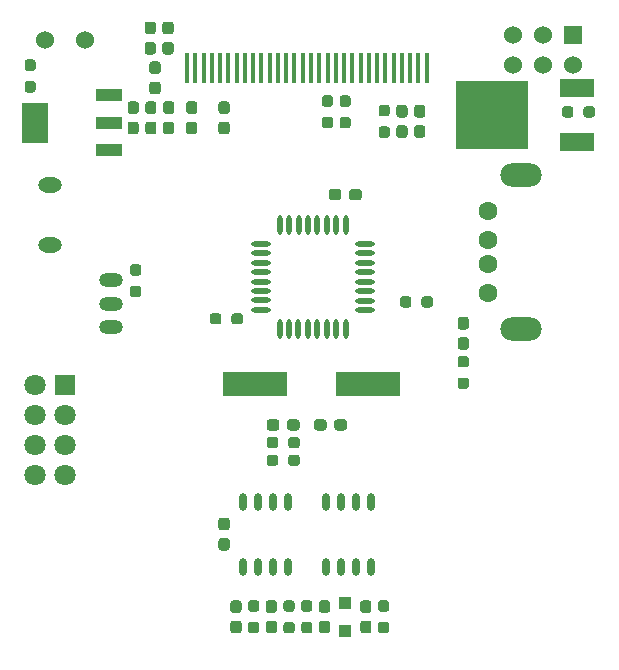
<source format=gtp>
G04 #@! TF.GenerationSoftware,KiCad,Pcbnew,(5.1.9-0-10_14)*
G04 #@! TF.CreationDate,2021-04-26T19:25:28+02:00*
G04 #@! TF.ProjectId,Le_kube,4c655f6b-7562-4652-9e6b-696361645f70,rev?*
G04 #@! TF.SameCoordinates,Original*
G04 #@! TF.FileFunction,Paste,Top*
G04 #@! TF.FilePolarity,Positive*
%FSLAX46Y46*%
G04 Gerber Fmt 4.6, Leading zero omitted, Abs format (unit mm)*
G04 Created by KiCad (PCBNEW (5.1.9-0-10_14)) date 2021-04-26 19:25:28*
%MOMM*%
%LPD*%
G01*
G04 APERTURE LIST*
%ADD10O,3.500000X2.000000*%
%ADD11C,1.600000*%
%ADD12C,1.524000*%
%ADD13R,1.524000X1.524000*%
%ADD14R,0.351000X2.499000*%
%ADD15R,1.800000X1.800000*%
%ADD16C,1.800000*%
%ADD17R,2.200000X1.100000*%
%ADD18R,2.200000X3.500000*%
%ADD19R,6.200000X5.800000*%
%ADD20R,3.000000X1.600000*%
%ADD21O,2.000000X1.300000*%
%ADD22R,5.500000X2.000000*%
%ADD23O,0.600000X1.520000*%
%ADD24O,0.450000X1.650000*%
%ADD25O,1.650000X0.450000*%
%ADD26O,2.000000X1.200000*%
%ADD27R,1.000000X1.000000*%
G04 APERTURE END LIST*
D10*
X118125000Y-69052000D03*
X118125000Y-82168000D03*
D11*
X115375000Y-72110000D03*
X115375000Y-74610000D03*
X115375000Y-76610000D03*
X115375000Y-79110000D03*
G36*
G01*
X108862500Y-79602500D02*
X108862500Y-80077500D01*
G75*
G02*
X108625000Y-80315000I-237500J0D01*
G01*
X108125000Y-80315000D01*
G75*
G02*
X107887500Y-80077500I0J237500D01*
G01*
X107887500Y-79602500D01*
G75*
G02*
X108125000Y-79365000I237500J0D01*
G01*
X108625000Y-79365000D01*
G75*
G02*
X108862500Y-79602500I0J-237500D01*
G01*
G37*
G36*
G01*
X110687500Y-79602500D02*
X110687500Y-80077500D01*
G75*
G02*
X110450000Y-80315000I-237500J0D01*
G01*
X109950000Y-80315000D01*
G75*
G02*
X109712500Y-80077500I0J237500D01*
G01*
X109712500Y-79602500D01*
G75*
G02*
X109950000Y-79365000I237500J0D01*
G01*
X110450000Y-79365000D01*
G75*
G02*
X110687500Y-79602500I0J-237500D01*
G01*
G37*
G36*
G01*
X93617500Y-81507500D02*
X93617500Y-81032500D01*
G75*
G02*
X93855000Y-80795000I237500J0D01*
G01*
X94355000Y-80795000D01*
G75*
G02*
X94592500Y-81032500I0J-237500D01*
G01*
X94592500Y-81507500D01*
G75*
G02*
X94355000Y-81745000I-237500J0D01*
G01*
X93855000Y-81745000D01*
G75*
G02*
X93617500Y-81507500I0J237500D01*
G01*
G37*
G36*
G01*
X91792500Y-81507500D02*
X91792500Y-81032500D01*
G75*
G02*
X92030000Y-80795000I237500J0D01*
G01*
X92530000Y-80795000D01*
G75*
G02*
X92767500Y-81032500I0J-237500D01*
G01*
X92767500Y-81507500D01*
G75*
G02*
X92530000Y-81745000I-237500J0D01*
G01*
X92030000Y-81745000D01*
G75*
G02*
X91792500Y-81507500I0J237500D01*
G01*
G37*
G36*
G01*
X85272500Y-78472500D02*
X85747500Y-78472500D01*
G75*
G02*
X85985000Y-78710000I0J-237500D01*
G01*
X85985000Y-79210000D01*
G75*
G02*
X85747500Y-79447500I-237500J0D01*
G01*
X85272500Y-79447500D01*
G75*
G02*
X85035000Y-79210000I0J237500D01*
G01*
X85035000Y-78710000D01*
G75*
G02*
X85272500Y-78472500I237500J0D01*
G01*
G37*
G36*
G01*
X85272500Y-76647500D02*
X85747500Y-76647500D01*
G75*
G02*
X85985000Y-76885000I0J-237500D01*
G01*
X85985000Y-77385000D01*
G75*
G02*
X85747500Y-77622500I-237500J0D01*
G01*
X85272500Y-77622500D01*
G75*
G02*
X85035000Y-77385000I0J237500D01*
G01*
X85035000Y-76885000D01*
G75*
G02*
X85272500Y-76647500I237500J0D01*
G01*
G37*
D12*
X117460000Y-59770000D03*
X117460000Y-57230000D03*
X120000000Y-59770000D03*
X120000000Y-57230000D03*
X122540000Y-59770000D03*
D13*
X122540000Y-57230000D03*
D14*
X110149000Y-59998000D03*
X109450000Y-59998000D03*
X108751000Y-59999000D03*
X108056000Y-60000000D03*
X107356000Y-60000000D03*
X106656000Y-60000000D03*
X105956000Y-60000000D03*
X105256000Y-60000000D03*
X104556000Y-60000000D03*
X103856000Y-60000000D03*
X103156000Y-60000000D03*
X102456000Y-60000000D03*
X101756000Y-60000000D03*
X101056000Y-60000000D03*
X100356000Y-60000000D03*
X99656000Y-60000000D03*
X98956000Y-60000000D03*
X98256000Y-60000000D03*
X97556000Y-60000000D03*
X96856000Y-60000000D03*
X96156000Y-60000000D03*
X95456000Y-60000000D03*
X94756000Y-60000000D03*
X94056000Y-60000000D03*
X93356000Y-60000000D03*
X92656000Y-60000000D03*
X91956000Y-60000000D03*
X91256000Y-60000000D03*
X90556000Y-60000000D03*
X89851000Y-60002000D03*
D15*
X79490000Y-86830000D03*
D16*
X79490000Y-89370000D03*
X79490000Y-91910000D03*
X79490000Y-94450000D03*
X76950000Y-86830000D03*
X76950000Y-89370000D03*
X76950000Y-91910000D03*
X76950000Y-94450000D03*
D17*
X83223000Y-66950000D03*
X83223000Y-64650000D03*
X83223000Y-62350000D03*
D18*
X77025000Y-64650000D03*
G36*
G01*
X87037500Y-63925000D02*
X86562500Y-63925000D01*
G75*
G02*
X86325000Y-63687500I0J237500D01*
G01*
X86325000Y-63087500D01*
G75*
G02*
X86562500Y-62850000I237500J0D01*
G01*
X87037500Y-62850000D01*
G75*
G02*
X87275000Y-63087500I0J-237500D01*
G01*
X87275000Y-63687500D01*
G75*
G02*
X87037500Y-63925000I-237500J0D01*
G01*
G37*
G36*
G01*
X87037500Y-65650000D02*
X86562500Y-65650000D01*
G75*
G02*
X86325000Y-65412500I0J237500D01*
G01*
X86325000Y-64812500D01*
G75*
G02*
X86562500Y-64575000I237500J0D01*
G01*
X87037500Y-64575000D01*
G75*
G02*
X87275000Y-64812500I0J-237500D01*
G01*
X87275000Y-65412500D01*
G75*
G02*
X87037500Y-65650000I-237500J0D01*
G01*
G37*
G36*
G01*
X88537500Y-63925000D02*
X88062500Y-63925000D01*
G75*
G02*
X87825000Y-63687500I0J237500D01*
G01*
X87825000Y-63087500D01*
G75*
G02*
X88062500Y-62850000I237500J0D01*
G01*
X88537500Y-62850000D01*
G75*
G02*
X88775000Y-63087500I0J-237500D01*
G01*
X88775000Y-63687500D01*
G75*
G02*
X88537500Y-63925000I-237500J0D01*
G01*
G37*
G36*
G01*
X88537500Y-65650000D02*
X88062500Y-65650000D01*
G75*
G02*
X87825000Y-65412500I0J237500D01*
G01*
X87825000Y-64812500D01*
G75*
G02*
X88062500Y-64575000I237500J0D01*
G01*
X88537500Y-64575000D01*
G75*
G02*
X88775000Y-64812500I0J-237500D01*
G01*
X88775000Y-65412500D01*
G75*
G02*
X88537500Y-65650000I-237500J0D01*
G01*
G37*
G36*
G01*
X86912500Y-61200000D02*
X87387500Y-61200000D01*
G75*
G02*
X87625000Y-61437500I0J-237500D01*
G01*
X87625000Y-62037500D01*
G75*
G02*
X87387500Y-62275000I-237500J0D01*
G01*
X86912500Y-62275000D01*
G75*
G02*
X86675000Y-62037500I0J237500D01*
G01*
X86675000Y-61437500D01*
G75*
G02*
X86912500Y-61200000I237500J0D01*
G01*
G37*
G36*
G01*
X86912500Y-59475000D02*
X87387500Y-59475000D01*
G75*
G02*
X87625000Y-59712500I0J-237500D01*
G01*
X87625000Y-60312500D01*
G75*
G02*
X87387500Y-60550000I-237500J0D01*
G01*
X86912500Y-60550000D01*
G75*
G02*
X86675000Y-60312500I0J237500D01*
G01*
X86675000Y-59712500D01*
G75*
G02*
X86912500Y-59475000I237500J0D01*
G01*
G37*
G36*
G01*
X85537500Y-63925000D02*
X85062500Y-63925000D01*
G75*
G02*
X84825000Y-63687500I0J237500D01*
G01*
X84825000Y-63087500D01*
G75*
G02*
X85062500Y-62850000I237500J0D01*
G01*
X85537500Y-62850000D01*
G75*
G02*
X85775000Y-63087500I0J-237500D01*
G01*
X85775000Y-63687500D01*
G75*
G02*
X85537500Y-63925000I-237500J0D01*
G01*
G37*
G36*
G01*
X85537500Y-65650000D02*
X85062500Y-65650000D01*
G75*
G02*
X84825000Y-65412500I0J237500D01*
G01*
X84825000Y-64812500D01*
G75*
G02*
X85062500Y-64575000I237500J0D01*
G01*
X85537500Y-64575000D01*
G75*
G02*
X85775000Y-64812500I0J-237500D01*
G01*
X85775000Y-65412500D01*
G75*
G02*
X85537500Y-65650000I-237500J0D01*
G01*
G37*
G36*
G01*
X95262500Y-106925000D02*
X95737500Y-106925000D01*
G75*
G02*
X95975000Y-107162500I0J-237500D01*
G01*
X95975000Y-107662500D01*
G75*
G02*
X95737500Y-107900000I-237500J0D01*
G01*
X95262500Y-107900000D01*
G75*
G02*
X95025000Y-107662500I0J237500D01*
G01*
X95025000Y-107162500D01*
G75*
G02*
X95262500Y-106925000I237500J0D01*
G01*
G37*
G36*
G01*
X95262500Y-105100000D02*
X95737500Y-105100000D01*
G75*
G02*
X95975000Y-105337500I0J-237500D01*
G01*
X95975000Y-105837500D01*
G75*
G02*
X95737500Y-106075000I-237500J0D01*
G01*
X95262500Y-106075000D01*
G75*
G02*
X95025000Y-105837500I0J237500D01*
G01*
X95025000Y-105337500D01*
G75*
G02*
X95262500Y-105100000I237500J0D01*
G01*
G37*
D19*
X115660000Y-64025000D03*
D20*
X122840000Y-61710000D03*
X122840000Y-66290000D03*
D21*
X78300000Y-75040000D03*
X78300000Y-69960000D03*
D22*
X105150000Y-86800000D03*
X95650000Y-86800000D03*
D23*
X105405000Y-96760000D03*
X104135000Y-96760000D03*
X102865000Y-96760000D03*
X101595000Y-96760000D03*
X105405000Y-102240000D03*
X104135000Y-102240000D03*
X102865000Y-102240000D03*
X101595000Y-102240000D03*
X98405000Y-96760000D03*
X97135000Y-96760000D03*
X95865000Y-96760000D03*
X94595000Y-96760000D03*
X98405000Y-102240000D03*
X97135000Y-102240000D03*
X95865000Y-102240000D03*
X94595000Y-102240000D03*
D24*
X97693000Y-82089000D03*
X98493000Y-82089000D03*
X99293000Y-82089000D03*
X100093000Y-82089000D03*
X100891000Y-82089000D03*
X101691000Y-82089000D03*
X102491000Y-82089000D03*
X103291000Y-82089000D03*
D25*
X104891000Y-80524000D03*
X104891000Y-79724000D03*
X104891000Y-78924000D03*
X104891000Y-78124000D03*
X104891000Y-77326000D03*
X104891000Y-76526000D03*
X104891000Y-75726000D03*
X104891000Y-74926000D03*
D24*
X103301000Y-73351000D03*
X102501000Y-73351000D03*
X101701000Y-73351000D03*
X100901000Y-73351000D03*
X100104000Y-73351000D03*
X99303000Y-73351000D03*
X98503000Y-73351000D03*
X97703000Y-73351000D03*
D25*
X96129000Y-74916000D03*
X96129000Y-75716000D03*
X96129000Y-76516000D03*
X96129000Y-77316000D03*
X96129000Y-78114000D03*
X96129000Y-78914000D03*
X96129000Y-79714000D03*
X96129000Y-80514000D03*
G36*
G01*
X123425000Y-63991500D02*
X123425000Y-63516500D01*
G75*
G02*
X123662500Y-63279000I237500J0D01*
G01*
X124162500Y-63279000D01*
G75*
G02*
X124400000Y-63516500I0J-237500D01*
G01*
X124400000Y-63991500D01*
G75*
G02*
X124162500Y-64229000I-237500J0D01*
G01*
X123662500Y-64229000D01*
G75*
G02*
X123425000Y-63991500I0J237500D01*
G01*
G37*
G36*
G01*
X121600000Y-63991500D02*
X121600000Y-63516500D01*
G75*
G02*
X121837500Y-63279000I237500J0D01*
G01*
X122337500Y-63279000D01*
G75*
G02*
X122575000Y-63516500I0J-237500D01*
G01*
X122575000Y-63991500D01*
G75*
G02*
X122337500Y-64229000I-237500J0D01*
G01*
X121837500Y-64229000D01*
G75*
G02*
X121600000Y-63991500I0J237500D01*
G01*
G37*
G36*
G01*
X106737500Y-106075000D02*
X106262500Y-106075000D01*
G75*
G02*
X106025000Y-105837500I0J237500D01*
G01*
X106025000Y-105337500D01*
G75*
G02*
X106262500Y-105100000I237500J0D01*
G01*
X106737500Y-105100000D01*
G75*
G02*
X106975000Y-105337500I0J-237500D01*
G01*
X106975000Y-105837500D01*
G75*
G02*
X106737500Y-106075000I-237500J0D01*
G01*
G37*
G36*
G01*
X106737500Y-107900000D02*
X106262500Y-107900000D01*
G75*
G02*
X106025000Y-107662500I0J237500D01*
G01*
X106025000Y-107162500D01*
G75*
G02*
X106262500Y-106925000I237500J0D01*
G01*
X106737500Y-106925000D01*
G75*
G02*
X106975000Y-107162500I0J-237500D01*
G01*
X106975000Y-107662500D01*
G75*
G02*
X106737500Y-107900000I-237500J0D01*
G01*
G37*
G36*
G01*
X100237500Y-106075000D02*
X99762500Y-106075000D01*
G75*
G02*
X99525000Y-105837500I0J237500D01*
G01*
X99525000Y-105337500D01*
G75*
G02*
X99762500Y-105100000I237500J0D01*
G01*
X100237500Y-105100000D01*
G75*
G02*
X100475000Y-105337500I0J-237500D01*
G01*
X100475000Y-105837500D01*
G75*
G02*
X100237500Y-106075000I-237500J0D01*
G01*
G37*
G36*
G01*
X100237500Y-107900000D02*
X99762500Y-107900000D01*
G75*
G02*
X99525000Y-107662500I0J237500D01*
G01*
X99525000Y-107162500D01*
G75*
G02*
X99762500Y-106925000I237500J0D01*
G01*
X100237500Y-106925000D01*
G75*
G02*
X100475000Y-107162500I0J-237500D01*
G01*
X100475000Y-107662500D01*
G75*
G02*
X100237500Y-107900000I-237500J0D01*
G01*
G37*
G36*
G01*
X98737500Y-106075000D02*
X98262500Y-106075000D01*
G75*
G02*
X98025000Y-105837500I0J237500D01*
G01*
X98025000Y-105337500D01*
G75*
G02*
X98262500Y-105100000I237500J0D01*
G01*
X98737500Y-105100000D01*
G75*
G02*
X98975000Y-105337500I0J-237500D01*
G01*
X98975000Y-105837500D01*
G75*
G02*
X98737500Y-106075000I-237500J0D01*
G01*
G37*
G36*
G01*
X98737500Y-107900000D02*
X98262500Y-107900000D01*
G75*
G02*
X98025000Y-107662500I0J237500D01*
G01*
X98025000Y-107162500D01*
G75*
G02*
X98262500Y-106925000I237500J0D01*
G01*
X98737500Y-106925000D01*
G75*
G02*
X98975000Y-107162500I0J-237500D01*
G01*
X98975000Y-107662500D01*
G75*
G02*
X98737500Y-107900000I-237500J0D01*
G01*
G37*
G36*
G01*
X106318500Y-64975000D02*
X106793500Y-64975000D01*
G75*
G02*
X107031000Y-65212500I0J-237500D01*
G01*
X107031000Y-65712500D01*
G75*
G02*
X106793500Y-65950000I-237500J0D01*
G01*
X106318500Y-65950000D01*
G75*
G02*
X106081000Y-65712500I0J237500D01*
G01*
X106081000Y-65212500D01*
G75*
G02*
X106318500Y-64975000I237500J0D01*
G01*
G37*
G36*
G01*
X106318500Y-63150000D02*
X106793500Y-63150000D01*
G75*
G02*
X107031000Y-63387500I0J-237500D01*
G01*
X107031000Y-63887500D01*
G75*
G02*
X106793500Y-64125000I-237500J0D01*
G01*
X106318500Y-64125000D01*
G75*
G02*
X106081000Y-63887500I0J237500D01*
G01*
X106081000Y-63387500D01*
G75*
G02*
X106318500Y-63150000I237500J0D01*
G01*
G37*
G36*
G01*
X101512500Y-64175000D02*
X101987500Y-64175000D01*
G75*
G02*
X102225000Y-64412500I0J-237500D01*
G01*
X102225000Y-64912500D01*
G75*
G02*
X101987500Y-65150000I-237500J0D01*
G01*
X101512500Y-65150000D01*
G75*
G02*
X101275000Y-64912500I0J237500D01*
G01*
X101275000Y-64412500D01*
G75*
G02*
X101512500Y-64175000I237500J0D01*
G01*
G37*
G36*
G01*
X101512500Y-62350000D02*
X101987500Y-62350000D01*
G75*
G02*
X102225000Y-62587500I0J-237500D01*
G01*
X102225000Y-63087500D01*
G75*
G02*
X101987500Y-63325000I-237500J0D01*
G01*
X101512500Y-63325000D01*
G75*
G02*
X101275000Y-63087500I0J237500D01*
G01*
X101275000Y-62587500D01*
G75*
G02*
X101512500Y-62350000I237500J0D01*
G01*
G37*
G36*
G01*
X103012500Y-64175000D02*
X103487500Y-64175000D01*
G75*
G02*
X103725000Y-64412500I0J-237500D01*
G01*
X103725000Y-64912500D01*
G75*
G02*
X103487500Y-65150000I-237500J0D01*
G01*
X103012500Y-65150000D01*
G75*
G02*
X102775000Y-64912500I0J237500D01*
G01*
X102775000Y-64412500D01*
G75*
G02*
X103012500Y-64175000I237500J0D01*
G01*
G37*
G36*
G01*
X103012500Y-62350000D02*
X103487500Y-62350000D01*
G75*
G02*
X103725000Y-62587500I0J-237500D01*
G01*
X103725000Y-63087500D01*
G75*
G02*
X103487500Y-63325000I-237500J0D01*
G01*
X103012500Y-63325000D01*
G75*
G02*
X102775000Y-63087500I0J237500D01*
G01*
X102775000Y-62587500D01*
G75*
G02*
X103012500Y-62350000I237500J0D01*
G01*
G37*
G36*
G01*
X98425000Y-93487500D02*
X98425000Y-93012500D01*
G75*
G02*
X98662500Y-92775000I237500J0D01*
G01*
X99162500Y-92775000D01*
G75*
G02*
X99400000Y-93012500I0J-237500D01*
G01*
X99400000Y-93487500D01*
G75*
G02*
X99162500Y-93725000I-237500J0D01*
G01*
X98662500Y-93725000D01*
G75*
G02*
X98425000Y-93487500I0J237500D01*
G01*
G37*
G36*
G01*
X96600000Y-93487500D02*
X96600000Y-93012500D01*
G75*
G02*
X96837500Y-92775000I237500J0D01*
G01*
X97337500Y-92775000D01*
G75*
G02*
X97575000Y-93012500I0J-237500D01*
G01*
X97575000Y-93487500D01*
G75*
G02*
X97337500Y-93725000I-237500J0D01*
G01*
X96837500Y-93725000D01*
G75*
G02*
X96600000Y-93487500I0J237500D01*
G01*
G37*
G36*
G01*
X97575000Y-91512500D02*
X97575000Y-91987500D01*
G75*
G02*
X97337500Y-92225000I-237500J0D01*
G01*
X96837500Y-92225000D01*
G75*
G02*
X96600000Y-91987500I0J237500D01*
G01*
X96600000Y-91512500D01*
G75*
G02*
X96837500Y-91275000I237500J0D01*
G01*
X97337500Y-91275000D01*
G75*
G02*
X97575000Y-91512500I0J-237500D01*
G01*
G37*
G36*
G01*
X99400000Y-91512500D02*
X99400000Y-91987500D01*
G75*
G02*
X99162500Y-92225000I-237500J0D01*
G01*
X98662500Y-92225000D01*
G75*
G02*
X98425000Y-91987500I0J237500D01*
G01*
X98425000Y-91512500D01*
G75*
G02*
X98662500Y-91275000I237500J0D01*
G01*
X99162500Y-91275000D01*
G75*
G02*
X99400000Y-91512500I0J-237500D01*
G01*
G37*
G36*
G01*
X113487500Y-85387500D02*
X113012500Y-85387500D01*
G75*
G02*
X112775000Y-85150000I0J237500D01*
G01*
X112775000Y-84650000D01*
G75*
G02*
X113012500Y-84412500I237500J0D01*
G01*
X113487500Y-84412500D01*
G75*
G02*
X113725000Y-84650000I0J-237500D01*
G01*
X113725000Y-85150000D01*
G75*
G02*
X113487500Y-85387500I-237500J0D01*
G01*
G37*
G36*
G01*
X113487500Y-87212500D02*
X113012500Y-87212500D01*
G75*
G02*
X112775000Y-86975000I0J237500D01*
G01*
X112775000Y-86475000D01*
G75*
G02*
X113012500Y-86237500I237500J0D01*
G01*
X113487500Y-86237500D01*
G75*
G02*
X113725000Y-86475000I0J-237500D01*
G01*
X113725000Y-86975000D01*
G75*
G02*
X113487500Y-87212500I-237500J0D01*
G01*
G37*
G36*
G01*
X76812500Y-60287500D02*
X76337500Y-60287500D01*
G75*
G02*
X76100000Y-60050000I0J237500D01*
G01*
X76100000Y-59550000D01*
G75*
G02*
X76337500Y-59312500I237500J0D01*
G01*
X76812500Y-59312500D01*
G75*
G02*
X77050000Y-59550000I0J-237500D01*
G01*
X77050000Y-60050000D01*
G75*
G02*
X76812500Y-60287500I-237500J0D01*
G01*
G37*
G36*
G01*
X76812500Y-62112500D02*
X76337500Y-62112500D01*
G75*
G02*
X76100000Y-61875000I0J237500D01*
G01*
X76100000Y-61375000D01*
G75*
G02*
X76337500Y-61137500I237500J0D01*
G01*
X76812500Y-61137500D01*
G75*
G02*
X77050000Y-61375000I0J-237500D01*
G01*
X77050000Y-61875000D01*
G75*
G02*
X76812500Y-62112500I-237500J0D01*
G01*
G37*
D12*
X77825000Y-57700000D03*
X81225000Y-57700000D03*
D26*
X83400000Y-81975000D03*
X83400000Y-79975000D03*
X83400000Y-77975000D03*
D27*
X103250000Y-105300000D03*
X103250000Y-107700000D03*
G36*
G01*
X101737500Y-106175000D02*
X101262500Y-106175000D01*
G75*
G02*
X101025000Y-105937500I0J237500D01*
G01*
X101025000Y-105337500D01*
G75*
G02*
X101262500Y-105100000I237500J0D01*
G01*
X101737500Y-105100000D01*
G75*
G02*
X101975000Y-105337500I0J-237500D01*
G01*
X101975000Y-105937500D01*
G75*
G02*
X101737500Y-106175000I-237500J0D01*
G01*
G37*
G36*
G01*
X101737500Y-107900000D02*
X101262500Y-107900000D01*
G75*
G02*
X101025000Y-107662500I0J237500D01*
G01*
X101025000Y-107062500D01*
G75*
G02*
X101262500Y-106825000I237500J0D01*
G01*
X101737500Y-106825000D01*
G75*
G02*
X101975000Y-107062500I0J-237500D01*
G01*
X101975000Y-107662500D01*
G75*
G02*
X101737500Y-107900000I-237500J0D01*
G01*
G37*
G36*
G01*
X104762500Y-106825000D02*
X105237500Y-106825000D01*
G75*
G02*
X105475000Y-107062500I0J-237500D01*
G01*
X105475000Y-107662500D01*
G75*
G02*
X105237500Y-107900000I-237500J0D01*
G01*
X104762500Y-107900000D01*
G75*
G02*
X104525000Y-107662500I0J237500D01*
G01*
X104525000Y-107062500D01*
G75*
G02*
X104762500Y-106825000I237500J0D01*
G01*
G37*
G36*
G01*
X104762500Y-105100000D02*
X105237500Y-105100000D01*
G75*
G02*
X105475000Y-105337500I0J-237500D01*
G01*
X105475000Y-105937500D01*
G75*
G02*
X105237500Y-106175000I-237500J0D01*
G01*
X104762500Y-106175000D01*
G75*
G02*
X104525000Y-105937500I0J237500D01*
G01*
X104525000Y-105337500D01*
G75*
G02*
X104762500Y-105100000I237500J0D01*
G01*
G37*
G36*
G01*
X97237500Y-106175000D02*
X96762500Y-106175000D01*
G75*
G02*
X96525000Y-105937500I0J237500D01*
G01*
X96525000Y-105337500D01*
G75*
G02*
X96762500Y-105100000I237500J0D01*
G01*
X97237500Y-105100000D01*
G75*
G02*
X97475000Y-105337500I0J-237500D01*
G01*
X97475000Y-105937500D01*
G75*
G02*
X97237500Y-106175000I-237500J0D01*
G01*
G37*
G36*
G01*
X97237500Y-107900000D02*
X96762500Y-107900000D01*
G75*
G02*
X96525000Y-107662500I0J237500D01*
G01*
X96525000Y-107062500D01*
G75*
G02*
X96762500Y-106825000I237500J0D01*
G01*
X97237500Y-106825000D01*
G75*
G02*
X97475000Y-107062500I0J-237500D01*
G01*
X97475000Y-107662500D01*
G75*
G02*
X97237500Y-107900000I-237500J0D01*
G01*
G37*
G36*
G01*
X93762500Y-106825000D02*
X94237500Y-106825000D01*
G75*
G02*
X94475000Y-107062500I0J-237500D01*
G01*
X94475000Y-107662500D01*
G75*
G02*
X94237500Y-107900000I-237500J0D01*
G01*
X93762500Y-107900000D01*
G75*
G02*
X93525000Y-107662500I0J237500D01*
G01*
X93525000Y-107062500D01*
G75*
G02*
X93762500Y-106825000I237500J0D01*
G01*
G37*
G36*
G01*
X93762500Y-105100000D02*
X94237500Y-105100000D01*
G75*
G02*
X94475000Y-105337500I0J-237500D01*
G01*
X94475000Y-105937500D01*
G75*
G02*
X94237500Y-106175000I-237500J0D01*
G01*
X93762500Y-106175000D01*
G75*
G02*
X93525000Y-105937500I0J237500D01*
G01*
X93525000Y-105337500D01*
G75*
G02*
X93762500Y-105100000I237500J0D01*
G01*
G37*
G36*
G01*
X86987500Y-57175000D02*
X86512500Y-57175000D01*
G75*
G02*
X86275000Y-56937500I0J237500D01*
G01*
X86275000Y-56337500D01*
G75*
G02*
X86512500Y-56100000I237500J0D01*
G01*
X86987500Y-56100000D01*
G75*
G02*
X87225000Y-56337500I0J-237500D01*
G01*
X87225000Y-56937500D01*
G75*
G02*
X86987500Y-57175000I-237500J0D01*
G01*
G37*
G36*
G01*
X86987500Y-58900000D02*
X86512500Y-58900000D01*
G75*
G02*
X86275000Y-58662500I0J237500D01*
G01*
X86275000Y-58062500D01*
G75*
G02*
X86512500Y-57825000I237500J0D01*
G01*
X86987500Y-57825000D01*
G75*
G02*
X87225000Y-58062500I0J-237500D01*
G01*
X87225000Y-58662500D01*
G75*
G02*
X86987500Y-58900000I-237500J0D01*
G01*
G37*
G36*
G01*
X88487500Y-57175000D02*
X88012500Y-57175000D01*
G75*
G02*
X87775000Y-56937500I0J237500D01*
G01*
X87775000Y-56337500D01*
G75*
G02*
X88012500Y-56100000I237500J0D01*
G01*
X88487500Y-56100000D01*
G75*
G02*
X88725000Y-56337500I0J-237500D01*
G01*
X88725000Y-56937500D01*
G75*
G02*
X88487500Y-57175000I-237500J0D01*
G01*
G37*
G36*
G01*
X88487500Y-58900000D02*
X88012500Y-58900000D01*
G75*
G02*
X87775000Y-58662500I0J237500D01*
G01*
X87775000Y-58062500D01*
G75*
G02*
X88012500Y-57825000I237500J0D01*
G01*
X88487500Y-57825000D01*
G75*
G02*
X88725000Y-58062500I0J-237500D01*
G01*
X88725000Y-58662500D01*
G75*
G02*
X88487500Y-58900000I-237500J0D01*
G01*
G37*
G36*
G01*
X109793500Y-64225000D02*
X109318500Y-64225000D01*
G75*
G02*
X109081000Y-63987500I0J237500D01*
G01*
X109081000Y-63387500D01*
G75*
G02*
X109318500Y-63150000I237500J0D01*
G01*
X109793500Y-63150000D01*
G75*
G02*
X110031000Y-63387500I0J-237500D01*
G01*
X110031000Y-63987500D01*
G75*
G02*
X109793500Y-64225000I-237500J0D01*
G01*
G37*
G36*
G01*
X109793500Y-65950000D02*
X109318500Y-65950000D01*
G75*
G02*
X109081000Y-65712500I0J237500D01*
G01*
X109081000Y-65112500D01*
G75*
G02*
X109318500Y-64875000I237500J0D01*
G01*
X109793500Y-64875000D01*
G75*
G02*
X110031000Y-65112500I0J-237500D01*
G01*
X110031000Y-65712500D01*
G75*
G02*
X109793500Y-65950000I-237500J0D01*
G01*
G37*
G36*
G01*
X108293500Y-64225000D02*
X107818500Y-64225000D01*
G75*
G02*
X107581000Y-63987500I0J237500D01*
G01*
X107581000Y-63387500D01*
G75*
G02*
X107818500Y-63150000I237500J0D01*
G01*
X108293500Y-63150000D01*
G75*
G02*
X108531000Y-63387500I0J-237500D01*
G01*
X108531000Y-63987500D01*
G75*
G02*
X108293500Y-64225000I-237500J0D01*
G01*
G37*
G36*
G01*
X108293500Y-65950000D02*
X107818500Y-65950000D01*
G75*
G02*
X107581000Y-65712500I0J237500D01*
G01*
X107581000Y-65112500D01*
G75*
G02*
X107818500Y-64875000I237500J0D01*
G01*
X108293500Y-64875000D01*
G75*
G02*
X108531000Y-65112500I0J-237500D01*
G01*
X108531000Y-65712500D01*
G75*
G02*
X108293500Y-65950000I-237500J0D01*
G01*
G37*
G36*
G01*
X93237500Y-63925000D02*
X92762500Y-63925000D01*
G75*
G02*
X92525000Y-63687500I0J237500D01*
G01*
X92525000Y-63087500D01*
G75*
G02*
X92762500Y-62850000I237500J0D01*
G01*
X93237500Y-62850000D01*
G75*
G02*
X93475000Y-63087500I0J-237500D01*
G01*
X93475000Y-63687500D01*
G75*
G02*
X93237500Y-63925000I-237500J0D01*
G01*
G37*
G36*
G01*
X93237500Y-65650000D02*
X92762500Y-65650000D01*
G75*
G02*
X92525000Y-65412500I0J237500D01*
G01*
X92525000Y-64812500D01*
G75*
G02*
X92762500Y-64575000I237500J0D01*
G01*
X93237500Y-64575000D01*
G75*
G02*
X93475000Y-64812500I0J-237500D01*
G01*
X93475000Y-65412500D01*
G75*
G02*
X93237500Y-65650000I-237500J0D01*
G01*
G37*
G36*
G01*
X90012500Y-64575000D02*
X90487500Y-64575000D01*
G75*
G02*
X90725000Y-64812500I0J-237500D01*
G01*
X90725000Y-65412500D01*
G75*
G02*
X90487500Y-65650000I-237500J0D01*
G01*
X90012500Y-65650000D01*
G75*
G02*
X89775000Y-65412500I0J237500D01*
G01*
X89775000Y-64812500D01*
G75*
G02*
X90012500Y-64575000I237500J0D01*
G01*
G37*
G36*
G01*
X90012500Y-62850000D02*
X90487500Y-62850000D01*
G75*
G02*
X90725000Y-63087500I0J-237500D01*
G01*
X90725000Y-63687500D01*
G75*
G02*
X90487500Y-63925000I-237500J0D01*
G01*
X90012500Y-63925000D01*
G75*
G02*
X89775000Y-63687500I0J237500D01*
G01*
X89775000Y-63087500D01*
G75*
G02*
X90012500Y-62850000I237500J0D01*
G01*
G37*
G36*
G01*
X93237500Y-99175000D02*
X92762500Y-99175000D01*
G75*
G02*
X92525000Y-98937500I0J237500D01*
G01*
X92525000Y-98337500D01*
G75*
G02*
X92762500Y-98100000I237500J0D01*
G01*
X93237500Y-98100000D01*
G75*
G02*
X93475000Y-98337500I0J-237500D01*
G01*
X93475000Y-98937500D01*
G75*
G02*
X93237500Y-99175000I-237500J0D01*
G01*
G37*
G36*
G01*
X93237500Y-100900000D02*
X92762500Y-100900000D01*
G75*
G02*
X92525000Y-100662500I0J237500D01*
G01*
X92525000Y-100062500D01*
G75*
G02*
X92762500Y-99825000I237500J0D01*
G01*
X93237500Y-99825000D01*
G75*
G02*
X93475000Y-100062500I0J-237500D01*
G01*
X93475000Y-100662500D01*
G75*
G02*
X93237500Y-100900000I-237500J0D01*
G01*
G37*
G36*
G01*
X113012500Y-82825000D02*
X113487500Y-82825000D01*
G75*
G02*
X113725000Y-83062500I0J-237500D01*
G01*
X113725000Y-83662500D01*
G75*
G02*
X113487500Y-83900000I-237500J0D01*
G01*
X113012500Y-83900000D01*
G75*
G02*
X112775000Y-83662500I0J237500D01*
G01*
X112775000Y-83062500D01*
G75*
G02*
X113012500Y-82825000I237500J0D01*
G01*
G37*
G36*
G01*
X113012500Y-81100000D02*
X113487500Y-81100000D01*
G75*
G02*
X113725000Y-81337500I0J-237500D01*
G01*
X113725000Y-81937500D01*
G75*
G02*
X113487500Y-82175000I-237500J0D01*
G01*
X113012500Y-82175000D01*
G75*
G02*
X112775000Y-81937500I0J237500D01*
G01*
X112775000Y-81337500D01*
G75*
G02*
X113012500Y-81100000I237500J0D01*
G01*
G37*
G36*
G01*
X102325000Y-90487500D02*
X102325000Y-90012500D01*
G75*
G02*
X102562500Y-89775000I237500J0D01*
G01*
X103162500Y-89775000D01*
G75*
G02*
X103400000Y-90012500I0J-237500D01*
G01*
X103400000Y-90487500D01*
G75*
G02*
X103162500Y-90725000I-237500J0D01*
G01*
X102562500Y-90725000D01*
G75*
G02*
X102325000Y-90487500I0J237500D01*
G01*
G37*
G36*
G01*
X100600000Y-90487500D02*
X100600000Y-90012500D01*
G75*
G02*
X100837500Y-89775000I237500J0D01*
G01*
X101437500Y-89775000D01*
G75*
G02*
X101675000Y-90012500I0J-237500D01*
G01*
X101675000Y-90487500D01*
G75*
G02*
X101437500Y-90725000I-237500J0D01*
G01*
X100837500Y-90725000D01*
G75*
G02*
X100600000Y-90487500I0J237500D01*
G01*
G37*
G36*
G01*
X97675000Y-90012500D02*
X97675000Y-90487500D01*
G75*
G02*
X97437500Y-90725000I-237500J0D01*
G01*
X96837500Y-90725000D01*
G75*
G02*
X96600000Y-90487500I0J237500D01*
G01*
X96600000Y-90012500D01*
G75*
G02*
X96837500Y-89775000I237500J0D01*
G01*
X97437500Y-89775000D01*
G75*
G02*
X97675000Y-90012500I0J-237500D01*
G01*
G37*
G36*
G01*
X99400000Y-90012500D02*
X99400000Y-90487500D01*
G75*
G02*
X99162500Y-90725000I-237500J0D01*
G01*
X98562500Y-90725000D01*
G75*
G02*
X98325000Y-90487500I0J237500D01*
G01*
X98325000Y-90012500D01*
G75*
G02*
X98562500Y-89775000I237500J0D01*
G01*
X99162500Y-89775000D01*
G75*
G02*
X99400000Y-90012500I0J-237500D01*
G01*
G37*
G36*
G01*
X103575000Y-70987500D02*
X103575000Y-70512500D01*
G75*
G02*
X103812500Y-70275000I237500J0D01*
G01*
X104412500Y-70275000D01*
G75*
G02*
X104650000Y-70512500I0J-237500D01*
G01*
X104650000Y-70987500D01*
G75*
G02*
X104412500Y-71225000I-237500J0D01*
G01*
X103812500Y-71225000D01*
G75*
G02*
X103575000Y-70987500I0J237500D01*
G01*
G37*
G36*
G01*
X101850000Y-70987500D02*
X101850000Y-70512500D01*
G75*
G02*
X102087500Y-70275000I237500J0D01*
G01*
X102687500Y-70275000D01*
G75*
G02*
X102925000Y-70512500I0J-237500D01*
G01*
X102925000Y-70987500D01*
G75*
G02*
X102687500Y-71225000I-237500J0D01*
G01*
X102087500Y-71225000D01*
G75*
G02*
X101850000Y-70987500I0J237500D01*
G01*
G37*
M02*

</source>
